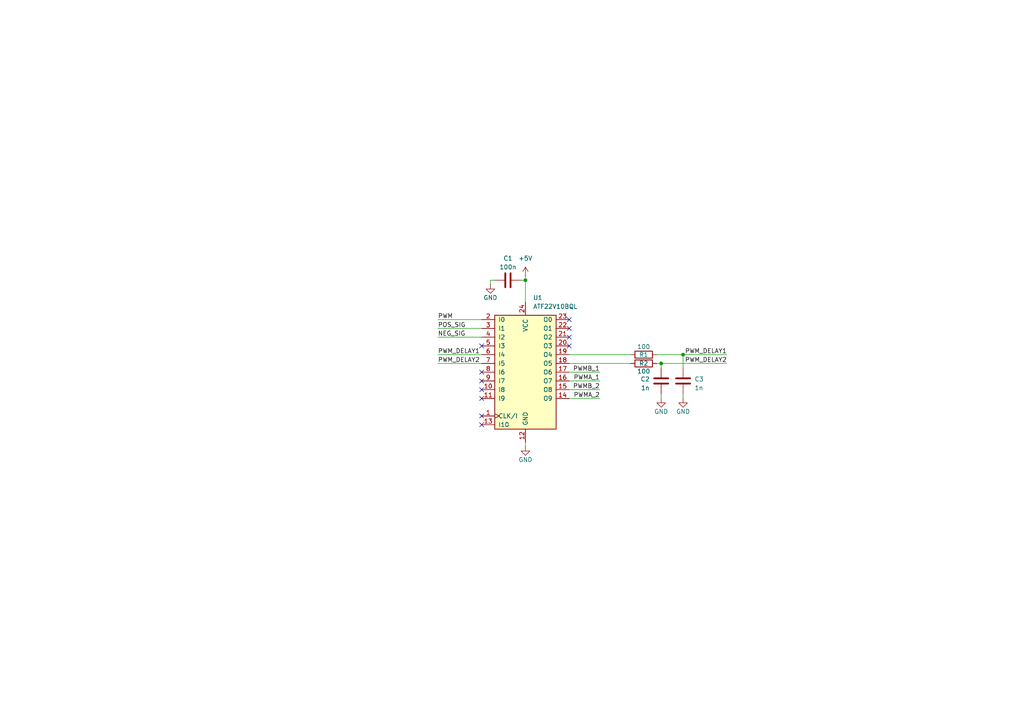
<source format=kicad_sch>
(kicad_sch (version 20231120) (generator "eeschema") (generator_version "8.0")
  (paper "A4")
  (lib_symbols
    (symbol "Device:C" (pin_numbers hide) (pin_names (offset 0.254))
      (property "Reference" "C" (at 0.635 2.54 0))
      (property "Value" "C" (at 0.635 -2.54 0))
      (symbol "C_0_1"
        (polyline (pts (xy -2.032 -0.762) (xy 2.032 -0.762)) (stroke (width 0.508)))
        (polyline (pts (xy -2.032 0.762) (xy 2.032 0.762)) (stroke (width 0.508)))
      )
      (symbol "C_1_1"
        (pin passive line (at 0 3.81 270) (length 2.794) (name "~") (number "1"))
        (pin passive line (at 0 -3.81 90) (length 2.794) (name "~") (number "2"))
      )
    )
    (symbol "Device:R" (pin_numbers hide) (pin_names (offset 0))
      (property "Reference" "R" (at 2.032 0 90))
      (property "Value" "R" (at 0 0 90))
      (symbol "R_0_1"
        (rectangle (start -1.016 -2.54) (end 1.016 2.54) (stroke (width 0.254)))
      )
      (symbol "R_1_1"
        (pin passive line (at 0 3.81 270) (length 1.27) (name "~") (number "1"))
        (pin passive line (at 0 -3.81 90) (length 1.27) (name "~") (number "2"))
      )
    )
    (symbol "Logic_Programmable:PAL20RS10" (pin_names (offset 1.016))
      (property "Reference" "U1" (at 2.1941 21.59 0))
      (property "Value" "ATF22V10BQL" (at 2.1941 19.05 0))
      (symbol "PAL20RS10_0_1"
        (rectangle (start -8.89 -16.51) (end 8.89 16.51) (stroke (width 0.254)) (fill (type background)))
      )
      (symbol "PAL20RS10_1_1"
        (pin input clock (at -12.7 -12.7 0) (length 3.81) (name "CLK/I") (number "1"))
        (pin input line (at -12.7 -5.08 0) (length 3.81) (name "I8") (number "10"))
        (pin input line (at -12.7 -7.62 0) (length 3.81) (name "I9") (number "11"))
        (pin power_in line (at 0 -20.32 90) (length 3.81) (name "GND") (number "12"))
        (pin input line (at -12.7 -15.24 0) (length 3.81) (name "I10") (number "13"))
        (pin output line (at 12.7 -7.62 180) (length 3.81) (name "O9") (number "14"))
        (pin output line (at 12.7 -5.08 180) (length 3.81) (name "O8") (number "15"))
        (pin output line (at 12.7 -2.54 180) (length 3.81) (name "O7") (number "16"))
        (pin output line (at 12.7 0 180) (length 3.81) (name "O6") (number "17"))
        (pin output line (at 12.7 2.54 180) (length 3.81) (name "O5") (number "18"))
        (pin output line (at 12.7 5.08 180) (length 3.81) (name "O4") (number "19"))
        (pin input line (at -12.7 15.24 0) (length 3.81) (name "I0") (number "2"))
        (pin output line (at 12.7 7.62 180) (length 3.81) (name "O3") (number "20"))
        (pin output line (at 12.7 10.16 180) (length 3.81) (name "O2") (number "21"))
        (pin output line (at 12.7 12.7 180) (length 3.81) (name "O1") (number "22"))
        (pin output line (at 12.7 15.24 180) (length 3.81) (name "O0") (number "23"))
        (pin power_in line (at 0 20.32 270) (length 3.81) (name "VCC") (number "24"))
        (pin input line (at -12.7 12.7 0) (length 3.81) (name "I1") (number "3"))
        (pin input line (at -12.7 10.16 0) (length 3.81) (name "I2") (number "4"))
        (pin input line (at -12.7 7.62 0) (length 3.81) (name "I3") (number "5"))
        (pin input line (at -12.7 5.08 0) (length 3.81) (name "I4") (number "6"))
        (pin input line (at -12.7 2.54 0) (length 3.81) (name "I5") (number "7"))
        (pin input line (at -12.7 0 0) (length 3.81) (name "I6") (number "8"))
        (pin input line (at -12.7 -2.54 0) (length 3.81) (name "I7") (number "9"))
      )
    )
    (symbol "power:+5V" (power) (pin_numbers hide) (pin_names (offset 0) hide)
      (property "Value" "+5V" (at 0 3.556 0))
      (symbol "+5V_0_1"
        (polyline (pts (xy -0.762 1.27) (xy 0 2.54)))
        (polyline (pts (xy 0 0) (xy 0 2.54)))
        (polyline (pts (xy 0 2.54) (xy 0.762 1.27)))
      )
      (symbol "+5V_1_1"
        (pin power_in line (at 0 0 90) (length 0) (name "~") (number "1"))
      )
    )
    (symbol "power:GND" (power) (pin_numbers hide) (pin_names (offset 0) hide)
      (property "Value" "GND" (at 0 -3.81 0))
      (symbol "GND_0_1"
        (polyline (pts (xy 0 0) (xy 0 -1.27) (xy 1.27 -1.27) (xy 0 -2.54) (xy -1.27 -1.27) (xy 0 -1.27)))
      )
      (symbol "GND_1_1"
        (pin power_in line (at 0 0 270) (length 0) (name "~") (number "1"))
      )
    )
  )
  (junction (at 198.12 102.87))
  (junction (at 152.4 81.28))
  (junction (at 191.77 105.41))
  (no_connect (at 165.1 92.71))
  (no_connect (at 139.7 123.19))
  (no_connect (at 139.7 110.49))
  (no_connect (at 165.1 95.25))
  (no_connect (at 139.7 100.33))
  (no_connect (at 165.1 100.33))
  (no_connect (at 165.1 97.79))
  (no_connect (at 139.7 107.95))
  (no_connect (at 139.7 120.65))
  (no_connect (at 139.7 115.57))
  (no_connect (at 139.7 113.03))
  (wire (pts (xy 127 97.79) (xy 139.7 97.79)))
  (wire (pts (xy 198.12 102.87) (xy 210.82 102.87)))
  (wire (pts (xy 190.5 105.41) (xy 191.77 105.41)))
  (wire (pts (xy 191.77 105.41) (xy 210.82 105.41)))
  (wire (pts (xy 142.24 82.55) (xy 142.24 81.28)))
  (wire (pts (xy 165.1 115.57) (xy 173.99 115.57)))
  (wire (pts (xy 127 105.41) (xy 139.7 105.41)))
  (wire (pts (xy 198.12 102.87) (xy 190.5 102.87)))
  (wire (pts (xy 191.77 105.41) (xy 191.77 106.68)))
  (wire (pts (xy 152.4 128.27) (xy 152.4 129.54)))
  (wire (pts (xy 165.1 113.03) (xy 173.99 113.03)))
  (wire (pts (xy 152.4 81.28) (xy 152.4 87.63)))
  (wire (pts (xy 191.77 114.3) (xy 191.77 115.57)))
  (wire (pts (xy 142.24 81.28) (xy 143.51 81.28)))
  (wire (pts (xy 127 102.87) (xy 139.7 102.87)))
  (wire (pts (xy 165.1 110.49) (xy 173.99 110.49)))
  (wire (pts (xy 165.1 102.87) (xy 182.88 102.87)))
  (wire (pts (xy 165.1 105.41) (xy 182.88 105.41)))
  (wire (pts (xy 198.12 106.68) (xy 198.12 102.87)))
  (wire (pts (xy 198.12 114.3) (xy 198.12 115.57)))
  (wire (pts (xy 127 92.71) (xy 139.7 92.71)))
  (wire (pts (xy 127 95.25) (xy 139.7 95.25)))
  (wire (pts (xy 152.4 80.01) (xy 152.4 81.28)))
  (wire (pts (xy 165.1 107.95) (xy 173.99 107.95)))
  (wire (pts (xy 151.13 81.28) (xy 152.4 81.28)))
  (label "PWM" (at 127 92.71 0))
  (label "PWMA_1" (at 173.99 110.49 180))
  (label "PWMB_1" (at 173.99 107.95 180))
  (label "PWM_DELAY2" (at 210.82 105.41 180))
  (label "POS_SIG" (at 127 95.25 0))
  (label "PWMB_2" (at 173.99 113.03 180))
  (label "PWM_DELAY1" (at 127 102.87 0))
  (label "PWM_DELAY2" (at 127 105.41 0))
  (label "PWM_DELAY1" (at 210.82 102.87 180))
  (label "NEG_SIG" (at 127 97.79 0))
  (label "PWMA_2" (at 173.99 115.57 180))
  (symbol (lib_id "power:GND") (at 191.77 115.57 0) (unit 1)
    (property "Reference" "#PWR04" (effects (hide yes)))
    (property "Value" "GND" (at 191.77 119.38 0))
    (property "Description" "Power symbol creates a global label with name \"GND\" , ground" (effects (hide yes)))
  )
  (symbol (lib_id "Device:C") (at 191.77 110.49 0) (mirror y) (unit 1)
    (property "Reference" "C2" (at 188.468 109.982 0) (effects (justify left)))
    (property "Value" "1n" (at 188.468 112.522 0) (effects (justify left)))
    (property "Footprint" "Capacitor_THT:C_Rect_L7.0mm_W2.5mm_P5.00mm" (effects (hide yes)))
    (property "Description" "Unpolarized capacitor" (effects (hide yes)))
  )
  (symbol (lib_id "power:GND") (at 152.4 129.54 0) (unit 1)
    (property "Reference" "#PWR03" (effects (hide yes)))
    (property "Value" "GND" (at 152.4 133.35 0))
    (property "Description" "Power symbol creates a global label with name \"GND\" , ground" (effects (hide yes)))
  )
  (symbol (lib_id "Device:C") (at 198.12 110.49 0) (unit 1)
    (property "Reference" "C3" (at 201.422 109.982 0) (effects (justify left)))
    (property "Value" "1n" (at 201.422 112.522 0) (effects (justify left)))
    (property "Footprint" "Capacitor_THT:C_Rect_L7.0mm_W2.5mm_P5.00mm" (effects (hide yes)))
    (property "Description" "Unpolarized capacitor" (effects (hide yes)))
  )
  (symbol (lib_id "Logic_Programmable:PAL20RS10") (at 152.4 107.95 0) (unit 1)
    (property "Reference" "U1" (at 154.5941 86.36 0) (effects (justify left)))
    (property "Value" "ATF22V10BQL" (at 154.5941 88.9 0) (effects (justify left)))
    (property "Footprint" "Package_DIP:DIP-24_W7.62mm_LongPads" (effects (hide yes)))
    (property "Description" "Programmable Logic Array, DIP-24 (Narrow)" (effects (hide yes)))
  )
  (symbol (lib_id "Device:R") (at 186.69 102.87 90) (mirror x) (unit 1)
    (property "Reference" "R1" (at 186.69 102.87 90))
    (property "Value" "100" (at 186.69 100.584 90))
    (property "Footprint" "Resistor_SMD:R_1206_3216Metric_Pad1.30x1.75mm_HandSolder" (effects (hide yes)))
    (property "Description" "Resistor" (effects (hide yes)))
  )
  (symbol (lib_id "Device:R") (at 186.69 105.41 90) (unit 1)
    (property "Reference" "R2" (at 186.69 105.41 90))
    (property "Value" "100" (at 186.69 107.696 90))
    (property "Footprint" "Resistor_SMD:R_1206_3216Metric_Pad1.30x1.75mm_HandSolder" (effects (hide yes)))
    (property "Description" "Resistor" (effects (hide yes)))
  )
  (symbol (lib_id "power:GND") (at 142.24 82.55 0) (unit 1)
    (property "Reference" "#PWR01" (effects (hide yes)))
    (property "Value" "GND" (at 142.24 86.36 0))
    (property "Description" "Power symbol creates a global label with name \"GND\" , ground" (effects (hide yes)))
  )
  (symbol (lib_id "power:GND") (at 198.12 115.57 0) (unit 1)
    (property "Reference" "#PWR05" (effects (hide yes)))
    (property "Value" "GND" (at 198.12 119.38 0))
    (property "Description" "Power symbol creates a global label with name \"GND\" , ground" (effects (hide yes)))
  )
  (symbol (lib_id "Device:C") (at 147.32 81.28 90) (unit 1)
    (property "Reference" "C1" (at 147.32 74.93 90))
    (property "Value" "100n" (at 147.32 77.47 90))
    (property "Description" "Unpolarized capacitor" (effects (hide yes)))
  )
  (symbol (lib_id "power:+5V") (at 152.4 80.01 0) (unit 1)
    (property "Reference" "#PWR02" (effects (hide yes)))
    (property "Value" "+5V" (at 152.4 74.93 0))
    (property "Description" "Power symbol creates a global label with name \"+5V\"" (effects (hide yes)))
  )
)
</source>
